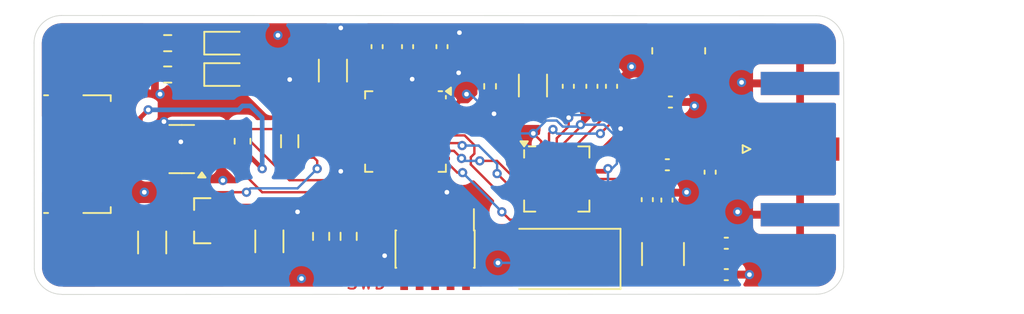
<source format=kicad_pcb>
(kicad_pcb (version 20240108) (generator "pcbnew") (generator_version "8.0")
  (layers (0 "F.Cu" signal) (31 "B.Cu" signal) (34 "B.Paste" user) (35 "F.Paste" user) (36 "B.SilkS" user "B.Silkscreen") (37 "F.SilkS" user "F.Silkscreen") (38 "B.Mask" user) (39 "F.Mask" user) (44 "Edge.Cuts" user))
  (net 0 "")
  (net 1 "GND")
  (net 2 "+3.3V")
  (net 3 "Net-(U2-VIN)")
  (net 4 "Net-(U4-DVDD)")
  (net 5 "Net-(J2-In)")
  (net 6 "Net-(C12-Pad1)")
  (net 7 "Net-(U4-VDD_PA)")
  (net 8 "NRF_XC1")
  (net 9 "NRF_XC2")
  (net 10 "Net-(D2-A)")
  (net 11 "Net-(D2-K)")
  (net 12 "Net-(D3-A)")
  (net 13 "Net-(D3-K)")
  (net 14 "Net-(F1-Pad1)")
  (net 15 "USB_CONN_D-")
  (net 18 "+5V")
  (net 19 "USB_CONN_D+")
  (net 25 "NRST")
  (net 28 "Net-(J3-Pin_9)")
  (net 30 "Net-(J3-Pin_10)")
  (net 31 "Net-(U4-ANT2)")
  (net 32 "Net-(U4-ANT1)")
  (net 33 "Net-(U1-PH3)")
  (net 34 "Net-(U4-IREF)")
  (net 35 "SWDIO")
  (net 36 "SWDCLK")
  (net 38 "SPI3_MOSI")
  (net 39 "SPI3_SCK")
  (net 46 "SPI3_MISO")
  (net 48 "NRF_CE")
  (net 51 "NRF_IRQ")
  (net 52 "USB_D+")
  (net 56 "USB_D-")
  (net 57 "NRF_CSN")
  (footprint "LED_SMD:LED_0603_1608Metric" (layer "F.Cu") (at 116.6115 65.024)
    (property "Reference" "D2" (hide yes))
    (property "Value" "GR")
  )
  (footprint "Connector_USB:USB_Micro-B_Molex_47346-0001" (layer "F.Cu") (at 107.372 70.177 -90)
    (property "Reference" "J1" (hide yes))
    (property "Value" "USB_B_Micro")
  )
  (footprint "Resistor_SMD:R_0612_1632Metric" (layer "F.Cu") (at 145.796 63.488 90)
    (property "Reference" "R4" (hide yes))
    (property "Value" "22k")
  )
  (footprint "Resistor_SMD:R_1210_3225Metric" (layer "F.Cu") (at 144.78 76.6465 -90)
    (property "Reference" "R5" (hide yes))
    (property "Value" "1M")
  )
  (footprint "Inductor_SMD:L_0201_0603Metric" (layer "F.Cu") (at 142.682 70.866)
    (property "Reference" "L1" (hide yes))
    (property "Value" "3.9nH")
  )
  (footprint "Fuse:Fuse_0603_1608Metric" (layer "F.Cu") (at 117.602 69.342 -90)
    (property "Reference" "F1" (hide yes))
    (property "Value" "Fuse")
  )
  (footprint "Crystal:Crystal_SMD_0603-2Pin_6.0x3.5mm" (layer "F.Cu") (at 138.684 76.962 180)
    (property "Reference" "Y1" (hide yes))
    (property "Value" "16MHz")
  )
  (footprint "Capacitor_SMD:C_0402_1005Metric" (layer "F.Cu") (at 145.062 70.866)
    (property "Reference" "C12" (hide yes))
    (property "Value" "1.5pF")
  )
  (footprint "Capacitor_SMD:C_0402_1005Metric" (layer "F.Cu") (at 143.764 73.124 90)
    (property "Reference" "C15" (hide yes))
    (property "Value" "2.2nF")
  )
  (footprint "Resistor_SMD:R_0603_1608Metric" (layer "F.Cu") (at 112.764 65.024 180)
    (property "Reference" "R2" (hide yes))
    (property "Value" "2.2k")
  )
  (footprint "Capacitor_SMD:C_0402_1005Metric" (layer "F.Cu") (at 138.66 65.786 90)
    (property "Reference" "C10" (hide yes))
    (property "Value" "10n")
  )
  (footprint "Connector_Coaxial:SMA_Amphenol_132289_EdgeMount" (layer "F.Cu") (at 153.6415 69.85)
    (property "Reference" "J2" (hide yes))
    (property "Value" "SMA")
  )
  (footprint "LED_SMD:LED_0603_1608Metric" (layer "F.Cu") (at 116.6115 62.992)
    (property "Reference" "D3" (hide yes))
    (property "Value" "YE")
  )
  (footprint "Capacitor_SMD:C_0402_1005Metric" (layer "F.Cu") (at 148.872 75.946)
    (property "Reference" "C16" (hide yes))
    (property "Value" "22pF")
  )
  (footprint "Capacitor_SMD:C_0402_1005Metric" (layer "F.Cu") (at 140.184 65.786 90)
    (property "Reference" "C11" (hide yes))
    (property "Value" "10nF")
  )
  (footprint "Capacitor_SMD:C_0402_1005Metric" (layer "F.Cu") (at 148.872 77.978)
    (property "Reference" "C17" (hide yes))
    (property "Value" "22pF")
  )
  (footprint "Capacitor_SMD:C_0402_1005Metric" (layer "F.Cu") (at 147.828 71.346 90)
    (property "Reference" "C13" (hide yes))
    (property "Value" "1.0pF")
  )
  (footprint "Resistor_SMD:R_0603_1608Metric" (layer "F.Cu") (at 112.764 62.992 180)
    (property "Reference" "R3" (hide yes))
    (property "Value" "2.2k")
  )
  (footprint "Package_DFN_QFN:QFN-20-1EP_4x4mm_P0.5mm_EP2.5x2.5mm" (layer "F.Cu") (at 137.914 71.7875)
    (property "Reference" "U4" (hide yes))
    (property "Value" "nRF24L01P")
  )
  (footprint "Capacitor_SMD:C_0402_1005Metric" (layer "F.Cu") (at 141.454 65.786 90)
    (property "Reference" "C9" (hide yes))
    (property "Value" "10n")
  )
  (footprint "Capacitor_SMD:C_1206_3216Metric" (layer "F.Cu") (at 111.76 75.897 -90)
    (property "Reference" "C5" (hide yes))
    (property "Value" "1u")
  )
  (footprint "Capacitor_SMD:C_0402_1005Metric" (layer "F.Cu") (at 130.494 63.218 -90)
    (property "Reference" "C1" (hide yes))
    (property "Value" "100nF")
  )
  (footprint "Capacitor_SMD:C_0402_1005Metric" (layer "F.Cu") (at 145.26 66.802)
    (property "Reference" "C7" (hide yes))
    (property "Value" "33nF")
  )
  (footprint "Capacitor_SMD:C_1206_3216Metric" (layer "F.Cu") (at 136.374 65.737 90)
    (property "Reference" "C8" (hide yes))
    (property "Value" "10u")
  )
  (footprint "Capacitor_SMD:C_1206_3216Metric" (layer "F.Cu") (at 119.336 75.824 -90)
    (property "Reference" "C6" (hide yes))
    (property "Value" "1u")
  )
  (footprint "Resistor_SMD:R_0402_1005Metric" (layer "F.Cu") (at 133.604 65.786 90)
    (property "Reference" "R1" (hide yes))
    (property "Value" "10k")
  )
  (footprint "Package_DFN_QFN:QFN-32-1EP_5x5mm_P0.5mm_EP3.45x3.45mm" (layer "F.Cu") (at 128.136 68.714 -90)
    (property "Reference" "U1" (hide yes))
    (property "Value" "STM32L432KBUx")
  )
  (footprint "Inductor_SMD:L_0201_0603Metric" (layer "F.Cu") (at 142.24 72.456 -90)
    (property "Reference" "L2" (hide yes))
    (property "Value" "8.2nH")
  )
  (footprint "Resistor_SMD:R_0603_1608Metric" (layer "F.Cu") (at 122.682 75.501 90)
    (property "Reference" "R6" (hide yes))
    (property "Value" "22")
  )
  (footprint "Capacitor_SMD:C_0402_1005Metric" (layer "F.Cu") (at 145.034 73.152 90)
    (property "Reference" "C14" (hide yes))
    (property "Value" "4.7pF")
  )
  (footprint "Capacitor_SMD:C_0402_1005Metric" (layer "F.Cu") (at 126.3 63.218 -90)
    (property "Reference" "C3" (hide yes))
    (property "Value" "100nF")
  )
  (footprint "Inductor_SMD:L_0805_2012Metric" (layer "F.Cu") (at 120.65 69.342 -90)
    (property "Reference" "FB1" (hide yes))
    (property "Value" "FerriteBead")
  )
  (footprint "Resistor_SMD:R_0603_1608Metric" (layer "F.Cu") (at 124.46 75.501 90)
    (property "Reference" "R7" (hide yes))
    (property "Value" "22")
  )
  (footprint "Capacitor_SMD:C_0402_1005Metric" (layer "F.Cu") (at 128.27 63.218 -90)
    (property "Reference" "C2" (hide yes))
    (property "Value" "100nF")
  )
  (footprint "PMIC-LDO-XC6206P332MR-G_SOT23_:SOT-23" (layer "F.Cu") (at 115.272 74.488 90)
    (property "Reference" "U2" (hide yes))
    (property "Value" "XC6206P332MR-G")
  )
  (footprint "Package_TO_SOT_SMD:SOT-23-6" (layer "F.Cu") (at 113.6705 69.85 180)
    (property "Reference" "U3" (hide yes))
    (property "Value" "USBLC6-2SC6")
  )
  (footprint "Connector_PinHeader_1.00mm:PinHeader_2x05_P1.00mm_Vertical_SMD" (layer "F.Cu") (at 130.048 76.326 -90)
    (property "Reference" "J3" (hide yes))
    (property "Value" "SWD")
  )
  (footprint "Capacitor_SMD:C_1206_3216Metric" (layer "F.Cu") (at 123.444 64.77 90)
    (property "Reference" "C4" (hide yes))
    (property "Value" "1uF")
  )
  (footprint "Inductor_SMD:L_01005_0402Metric" (layer "F.Cu") (at 141.982 73.914 180)
    (property "Reference" "L3" (hide yes))
    (property "Value" "2.7nH")
  )
  (gr_line (start 105.905246 79.260754) (end 154.686 79.248) (stroke (width 0.05)) (layer "Edge.Cuts"))
  (gr_line (start 156.464 77.47) (end 156.464 62.992) (stroke (width 0.05)) (layer "Edge.Cuts"))
  (gr_line (start 154.686 61.214) (end 105.905246 61.201246) (stroke (width 0.05)) (layer "Edge.Cuts"))
  (gr_arc (start 104.127246 62.979246) (mid 104.648 61.722) (end 105.905246 61.201246) (stroke (width 0.05)) (layer "Edge.Cuts"))
  (gr_arc (start 156.464 77.47) (mid 155.943236 78.727236) (end 154.686 79.248) (stroke (width 0.05)) (layer "Edge.Cuts"))
  (gr_arc (start 105.905246 79.25256) (mid 104.699534 78.778333) (end 104.140001 77.609764) (stroke (width 0.05)) (layer "Edge.Cuts"))
  (gr_line (start 104.127246 62.979246) (end 104.140001 77.609764) (stroke (width 0.05)) (layer "Edge.Cuts"))
  (gr_arc (start 154.686 61.214) (mid 155.943236 61.734764) (end 156.464 62.992) (stroke (width 0.05)) (layer "Edge.Cuts"))
  (gr_text "SWD" (at 124.206 78.994 0) (layer "F.Cu") (effects (font (size 0.85 0.85) (thickness 0.125) (bold yes)) (justify left bottom)))
  (segment (start 150.368 76.454) (end 150.368 77.978) (width 0.5) (layer "F.Cu") (net 1))
  (segment (start 139.8515 71.2875) (end 141.0565 71.2875) (width 0.3) (layer "F.Cu") (net 1))
  (segment (start 136.914 69.85) (end 136.914 69.35) (width 0.154) (layer "F.Cu") (net 1))
  (segment (start 116.332 75.438) (end 117.475 75.438) (width 0.3) (layer "F.Cu") (net 1))
  (segment (start 123.444 63.295) (end 120.699 63.295) (width 0.3) (layer "F.Cu") (net 1))
  (segment (start 141.0565 71.2875) (end 141.224 71.12) (width 0.3) (layer "F.Cu") (net 1))
  (segment (start 136.374 64.262) (end 137.616 64.262) (width 0.3) (layer "F.Cu") (net 1))
  (segment (start 140.184 65.306) (end 141.454 65.306) (width 0.3) (layer "F.Cu") (net 1))
  (segment (start 130.136001 66.964) (end 130.5735 66.964) (width 0.154) (layer "F.Cu") (net 1))
  (segment (start 138.414 69.437501) (end 139.446 68.405501) (width 0.154) (layer "F.Cu") (net 1))
  (segment (start 137.616 64.262) (end 138.66 65.306) (width 0.3) (layer "F.Cu") (net 1))
  (segment (start 132.048 76.426) (end 132.048 77.976) (width 0.3) (layer "F.Cu") (net 1))
  (segment (start 126.484 70.366) (end 128.136 68.714) (width 0.154) (layer "F.Cu") (net 1))
  (segment (start 130.5735 66.964) (end 131.41 66.964) (width 0.3) (layer "F.Cu") (net 1))
  (segment (start 130.494 63.698) (end 128.27 63.698) (width 0.3) (layer "F.Cu") (net 1))
  (segment (start 145.006 72.644) (end 145.034 72.672) (width 0.5) (layer "F.Cu") (net 1))
  (segment (start 114.082963 69.85) (end 114.808 69.85) (width 0.3) (layer "F.Cu") (net 1))
  (segment (start 111.939 65.965) (end 112.268 66.294) (width 0.3) (layer "F.Cu") (net 1))
  (segment (start 128.386001 68.714) (end 130.136001 66.964) (width 0.154) (layer "F.Cu") (net 1))
  (segment (start 144.526 62.738) (end 142.748 64.516) (width 0.3) (layer "F.Cu") (net 1))
  (segment (start 149.792 74.1) (end 149.606 73.914) (width 0.5) (layer "F.Cu") (net 1))
  (segment (start 117.475 75.438) (end 119.336 77.299) (width 0.3) (layer "F.Cu") (net 1))
  (segment (start 133.352 77.976) (end 134.112 77.216) (width 0.3) (layer "F.Cu") (net 1))
  (segment (start 114.808 69.85) (end 115.470499 69.85) (width 0.3) (layer "F.Cu") (net 1))
  (segment (start 139.446 68.405501) (end 139.446 68.272001) (width 0.154) (layer "F.Cu") (net 1))
  (segment (start 111.939 65.024) (end 111.939 65.965) (width 0.3) (layer "F.Cu") (net 1))
  (segment (start 141.454 65.306) (end 141.958 65.306) (width 0.3) (layer "F.Cu") (net 1))
  (segment (start 112.268 67.818) (end 112.522 68.072) (width 0.3) (layer "F.Cu") (net 1))
  (segment (start 131.302761 62.962) (end 131.841239 62.962) (width 0.3) (layer "F.Cu") (net 1))
  (segment (start 136.901632 75.435) (end 135.131 75.435) (width 0.154) (layer "F.Cu") (net 1))
  (segment (start 133.098 65.276) (end 132.08 66.294) (width 0.154) (layer "F.Cu") (net 1))
  (segment (start 112.268 66.294) (end 112.268 67.818) (width 0.3) (layer "F.Cu") (net 1))
  (segment (start 125.017 63.295) (end 123.444 63.295) (width 0.3) (layer "F.Cu") (net 1))
  (segment (start 125.6985 70.464) (end 125.7965 70.366) (width 0.154) (layer "F.Cu") (net 1))
  (segment (start 128.136 68.714) (end 128.386001 68.714) (width 0.154) (layer "F.Cu") (net 1))
  (segment (start 120.699 63.295) (end 119.888 62.484) (width 0.3) (layer "F.Cu") (net 1))
  (segment (start 134.112 76.454) (end 134.112 77.216) (width 0.154) (layer "F.Cu") (net 1))
  (segment (start 114.398 77.372) (end 116.332 75.438) (width 0.3) (layer "F.Cu") (net 1))
  (segment (start 147.828 71.826) (end 147.122 71.826) (width 0.5) (layer "F.Cu") (net 1))
  (segment (start 149.928 65.6) (end 149.86 65.532) (width 0.5) (layer "F.Cu") (net 1))
  (segment (start 138.66 65.306) (end 140.184 65.306) (width 0.3) (layer "F.Cu") (net 1))
  (segment (start 146.558 66.802) (end 146.812 67.056) (width 0.5) (layer "F.Cu") (net 1))
  (segment (start 130.048 74.676) (end 131.048 74.676) (width 0.3) (layer "F.Cu") (net 1))
  (segment (start 111.939 65.024) (end 111.939 62.992) (width 0.3) (layer "F.Cu") (net 1))
  (segment (start 135.131 75.435) (end 134.112 76.454) (width 0.154) (layer "F.Cu") (net 1))
  (segment (start 149.86 75.946) (end 150.368 76.454) (width 0.5) (layer "F.Cu") (net 1))
  (segment (start 138.414 69.85) (end 138.414 69.437501) (width 0.154) (layer "F.Cu") (net 1))
  (segment (start 141.958 65.306) (end 142.748 64.516) (width 0.3) (layer "F.Cu") (net 1))
  (segment (start 110.085 71.477) (end 111.252 72.644) (width 0.3) (layer "F.Cu") (net 1))
  (segment (start 113.61301 69.380047) (end 114.082963 69.85) (width 0.3) (layer "F.Cu") (net 1))
  (segment (start 133.604 64.724761) (end 133.604 65.276) (width 0.3) (layer "F.Cu") (net 1))
  (segment (start 131.41 66.964) (end 132.08 66.294) (width 0.3) (layer "F.Cu") (net 1))
  (segment (start 131.048 74.676) (end 131.048 75.426) (width 0.3) (layer "F.Cu") (net 1))
  (segment (start 143.764 72.644) (end 145.006 72.644) (width 0.5) (layer "F.Cu") (net 1))
  (segment (start 133.604 65.276) (end 133.098 65.276) (width 0.154) (layer "F.Cu") (net 1))
  (segment (start 130.566761 63.698) (end 131.302761 62.962) (width 0.3) (layer "F.Cu") (net 1))
  (segment (start 146.276 72.672) (end 146.304 72.644) (width 0.5) (layer "F.Cu") (net 1))
  (segment (start 145.034 72.672) (end 146.276 72.672) (width 0.5) (layer "F.Cu") (net 1))
  (segment (start 137.914 73.725) (end 137.914 74.422632) (width 0.154) (layer "F.Cu") (net 1))
  (segment (start 153.6415 74.1) (end 149.792 74.1) (width 0.5) (layer "F.Cu") (net 1))
  (segment (start 120.479 77.299) (end 121.412 78.232) (width 0.3) (layer "F.Cu") (net 1))
  (segment (start 145.74 66.802) (end 146.558 66.802) (width 0.5) (layer "F.Cu") (net 1))
  (segment (start 130.494 63.698) (end 130.566761 63.698) (width 0.3) (layer "F.Cu") (net 1))
  (segment (start 108.832 71.477) (end 110.085 71.477) (width 0.3) (layer "F.Cu") (net 1))
  (segment (start 149.352 77.978) (end 150.368 77.978) (width 0.5) (layer "F.Cu") (net 1))
  (segment (start 115.470499 69.85) (end 116.332 70.711501) (width 0.3) (layer "F.Cu") (net 1))
  (segment (start 149.352 75.946) (end 149.86 75.946) (width 0.5) (layer "F.Cu") (net 1))
  (segment (start 116.332 70.711501) (end 116.332 71.882) (width 0.3) (layer "F.Cu") (net 1))
  (segment (start 153.6415 65.6) (end 149.928 65.6) (width 0.5) (layer "F.Cu") (net 1))
  (segment (start 131.048 75.426) (end 132.048 76.426) (width 0.3) (layer "F.Cu") (net 1))
  (segment (start 136.914 69.35) (end 136.398 68.834) (width 0.154) (layer "F.Cu") (net 1))
  (segment (start 125.42 63.698) (end 126.3 63.698) (width 0.3) (layer "F.Cu") (net 1))
  (segment (start 137.914 74.422632) (end 136.901632 75.435) (width 0.154) (layer "F.Cu") (net 1))
  (segment (start 125.7965 70.366) (end 126.484 70.366) (width 0.154) (layer "F.Cu") (net 1))
  (segment (start 119.336 77.299) (end 120.479 77.299) (width 0.3) (layer "F.Cu") (net 1))
  (segment (start 131.841239 62.962) (end 133.604 64.724761) (width 0.3) (layer "F.Cu") (net 1))
  (segment (start 147.122 71.826) (end 146.304 72.644) (width 0.5) (layer "F.Cu") (net 1))
  (segment (start 111.76 77.372) (end 114.398 77.372) (width 0.3) (layer "F.Cu") (net 1))
  (segment (start 128.27 63.698) (end 126.3 63.698) (width 0.3) (layer "F.Cu") (net 1))
  (segment (start 145.796 62.738) (end 144.526 62.738) (width 0.3) (layer "F.Cu") (net 1))
  (segment (start 125.017 63.295) (end 125.42 63.698) (width 0.3) (layer "F.Cu") (net 1))
  (segment (start 132.048 77.976) (end 133.352 77.976) (width 0.3) (layer "F.Cu") (net 1))
  (via (at 141.224 71.12) (size 0.6) (drill 0.3) (layers "F.Cu" "B.Cu") (net 1))
  (via (at 149.86 65.532) (size 0.6) (drill 0.3) (layers "F.Cu" "B.Cu") (net 1))
  (via (at 146.304 72.644) (size 0.6) (drill 0.3) (layers "F.Cu" "B.Cu") (net 1))
  (via (at 111.252 72.644) (size 0.6) (drill 0.3) (layers "F.Cu" "B.Cu") (net 1))
  (via (at 116.332 71.882) (size 0.6) (drill 0.3) (layers "F.Cu" "B.Cu") (net 1))
  (via (at 112.522 68.072) (size 0.6) (drill 0.3) (layers "F.Cu" "B.Cu") (net 1))
  (via (at 149.606 73.914) (size 0.6) (drill 0.3) (layers "F.Cu" "B.Cu") (net 1))
  (via (at 150.368 77.978) (size 0.6) (drill 0.3) (layers "F.Cu" "B.Cu") (net 1))
  (via (at 113.61301 69.380047) (size 0.6) (drill 0.3) (layers "F.Cu" "B.Cu") (net 1))
  (via (at 146.812 67.056) (size 0.6) (drill 0.3) (layers "F.Cu" "B.Cu") (net 1))
  (via (at 132.08 66.294) (size 0.6) (drill 0.3) (layers "F.Cu" "B.Cu") (net 1))
  (via (at 142.748 64.516) (size 0.6) (drill 0.3) (layers "F.Cu" "B.Cu") (net 1))
  (via (at 136.398 68.834) (size 0.6) (drill 0.3) (layers "F.Cu" "B.Cu") (net 1))
  (via (at 119.888 62.484) (size 0.6) (drill 0.3) (layers "F.Cu" "B.Cu") (net 1))
  (via (at 134.112 77.216) (size 0.6) (drill 0.3) (layers "F.Cu" "B.Cu") (net 1))
  (via (at 121.412 78.232) (size 0.6) (drill 0.3) (layers "F.Cu" "B.Cu") (net 1))
  (via (at 139.446 68.272001) (size 0.6) (drill 0.3) (layers "F.Cu" "B.Cu") (net 1))
  (via (at 112.268 66.294) (size 0.6) (drill 0.3) (layers "F.Cu" "B.Cu") (net 1))
  (segment (start 141.801 69.102998) (end 141.801 70.797) (width 0.154) (layer "B.Cu") (net 1))
  (segment (start 132.334 66.294) (end 132.08 66.294) (width 0.154) (layer "B.Cu") (net 1))
  (segment (start 133.281 67.803002) (end 133.281 67.241) (width 0.154) (layer "B.Cu") (net 1))
  (segment (start 112.522 68.072) (end 112.522 68.289037) (width 0.3) (layer "B.Cu") (net 1))
  (segment (start 134.311998 68.834) (end 133.281 67.803002) (width 0.154) (layer "B.Cu") (net 1))
  (segment (start 138.299002 68.395) (end 137.907002 68.003) (width 0.154) (layer "B.Cu") (net 1))
  (segment (start 141.478 71.12) (end 141.224 71.12) (width 0.154) (layer "B.Cu") (net 1))
  (segment (start 141.224 71.12) (end 141.224 74.168) (width 0.154) (layer "B.Cu") (net 1))
  (segment (start 137.907002 68.003) (end 137.229 68.003) (width 0.154) (layer "B.Cu") (net 1))
  (segment (start 140.970003 68.272001) (end 141.801 69.102998) (width 0.154) (layer "B.Cu") (net 1))
  (segment (start 136.398 68.834) (end 134.311998 68.834) (width 0.154) (layer "B.Cu") (net 1))
  (segment (start 139.446 68.272001) (end 139.323001 68.395) (width 0.154) (layer "B.Cu") (net 1))
  (segment (start 139.446 68.272001) (end 140.970003 68.272001) (width 0.154) (layer "B.Cu") (net 1))
  (segment (start 141.801 70.797) (end 141.478 71.12) (width 0.154) (layer "B.Cu") (net 1))
  (segment (start 141.224 74.168) (end 138.176 77.216) (width 0.154) (layer "B.Cu") (net 1))
  (segment (start 139.323001 68.395) (end 138.299002 68.395) (width 0.154) (layer "B.Cu") (net 1))
  (segment (start 133.281 67.241) (end 132.334 66.294) (width 0.154) (layer "B.Cu") (net 1))
  (segment (start 112.522 68.289037) (end 113.61301 69.380047) (width 0.3) (layer "B.Cu") (net 1))
  (segment (start 137.229 68.003) (end 136.398 68.834) (width 0.154) (layer "B.Cu") (net 1))
  (segment (start 138.176 77.216) (end 134.112 77.216) (width 0.154) (layer "B.Cu") (net 1))
  (segment (start 131.572 65.532) (end 131.318 65.786) (width 0.2) (layer "F.Cu") (net 2))
  (segment (start 142.040002 68.598998) (end 142.040002 68.525998) (width 0.154) (layer "F.Cu") (net 2))
  (segment (start 123.444 66.245) (end 121.548 66.245) (width 0.2) (layer "F.Cu") (net 2))
  (segment (start 124.0895 71.1515) (end 123.952 71.289) (width 0.3) (layer "F.Cu") (net 2))
  (segment (start 132.048 74.676) (end 132.148 74.776) (width 0.154) (layer "F.Cu") (net 2))
  (segment (start 131.572 64.912) (end 131.572 65.532) (width 0.2) (layer "F.Cu") (net 2))
  (segment (start 132.148 74.776) (end 137.06 74.776) (width 0.154) (layer "F.Cu") (net 2))
  (segment (start 130.3765 65.786) (end 129.886 66.2765) (width 0.2) (layer "F.Cu") (net 2))
  (segment (start 137.414 74.422) (end 137.414 73.725) (width 0.154) (layer "F.Cu") (net 2))
  (segment (start 124.778394 62.006394) (end 123.951929 62.006394) (width 0.3) (layer "F.Cu") (net 2))
  (segment (start 136.374 67.212) (end 137.414 67.212) (width 0.3) (layer "F.Cu") (net 2))
  (segment (start 137.714 67.212) (end 138.66 66.266) (width 0.3) (layer "F.Cu") (net 2))
  (segment (start 140.184 66.266) (end 141.454 66.266) (width 0.3) (layer "F.Cu") (net 2))
  (segment (start 119.336 74.349) (end 120.723 74.349) (width 0.3) (layer "F.Cu") (net 2))
  (segment (start 132.048 73.882) (end 130.81 72.644) (width 0.154) (layer "F.Cu") (net 2))
  (segment (start 120.723 74.349) (end 121.158 73.914) (width 0.3) (layer "F.Cu") (net 2))
  (segment (start 131.318 65.786) (end 130.3765 65.786) (width 0.2) (layer "F.Cu") (net 2))
  (segment (start 136.374 67.212) (end 134.21 67.212) (width 0.3) (layer "F.Cu") (net 2))
  (segment (start 137.414 67.212) (end 138.078 67.212) (width 0.3) (layer "F.Cu") (net 2))
  (segment (start 128.27 62.738) (end 130.494 62.738) (width 0.3) (layer "F.Cu") (net 2))
  (segment (start 130.92 62.312) (end 131.621759 62.312) (width 0.2) (layer "F.Cu") (net 2))
  (segment (start 139.8515 70.7875) (end 142.040002 68.598998) (width 0.154) (layer "F.Cu") (net 2))
  (segment (start 130.494 62.738) (end 130.92 62.312) (width 0.2) (layer "F.Cu") (net 2))
  (segment (start 128.524 64.516) (end 131.176 64.516) (width 0.2) (layer "F.Cu") (net 2))
  (segment (start 134.21 67.212) (end 133.858 67.564) (width 0.3) (layer "F.Cu") (net 2))
  (segment (start 127.886 65.154) (end 128.524 64.516) (width 0.2) (layer "F.Cu") (net 2))
  (segment (start 118.525 73.538) (end 119.336 74.349) (width 0.3) (layer "F.Cu") (net 2))
  (segment (start 130.578 62.822) (end 130.494 62.738) (width 0.2) (layer "F.Cu") (net 2))
  (segment (start 138.66 66.266) (end 140.184 66.266) (width 0.3) (layer "F.Cu") (net 2))
  (segment (start 116.332 73.538) (end 118.525 73.538) (width 0.3) (layer "F.Cu") (net 2))
  (segment (start 137.414 67.212) (end 137.714 67.212) (width 0.3) (layer "F.Cu") (net 2))
  (segment (start 124.778394 62.006394) (end 125.51 62.738) (width 0.3) (layer "F.Cu") (net 2))
  (segment (start 126.3 62.738) (end 128.27 62.738) (width 0.3) (layer "F.Cu") (net 2))
  (segment (start 126.386 71.1515) (end 124.0895 71.1515) (width 0.3) (layer "F.Cu") (net 2))
  (segment (start 131.176 64.516) (end 131.572 64.912) (width 0.2) (layer "F.Cu") (net 2))
  (segment (start 121.548 66.245) (end 120.65 65.347) (width 0.2) (layer "F.Cu") (net 2))
  (segment (start 138.078 67.212) (end 138.684 67.818) (width 0.3) (layer "F.Cu") (net 2))
  (segment (start 138.684 68.380002) (end 138.684 67.818) (width 0.154) (layer "F.Cu") (net 2))
  (segment (start 127.886 66.2765) (end 127.886 65.154) (width 0.2) (layer "F.Cu") (net 2))
  (segment (start 132.048 74.676) (end 132.048 73.882) (width 0.154) (layer "F.Cu") (net 2))
  (segment (start 137.914 69.85) (end 137.914 69.150002) (width 0.154) (layer "F.Cu") (net 2))
  (segment (start 137.914 69.150002) (end 138.684 68.380002) (width 0.154) (layer "F.Cu") (net 2))
  (segment (start 137.06 74.776) (end 137.414 74.422) (width 0.154) (layer "F.Cu") (net 2))
  (segment (start 125.51 62.738) (end 126.3 62.738) (width 0.3) (layer "F.Cu") (net 2))
  (via (at 131.572 64.912) (size 0.6) (drill 0.3) (layers "F.Cu" "B.Cu") (net 2))
  (via (at 131.621759 62.312) (size 0.6) (drill 0.3) (layers "F.Cu" "B.Cu") (net 2))
  (via (at 138.684 67.818) (size 0.6) (drill 0.3) (layers "F.Cu" "B.Cu") (net 2))
  (via (at 133.858 67.564) (size 0.6) (drill 0.3) (layers "F.Cu" "B.Cu") (net 2))
  (via (at 121.158 73.914) (size 0.6) (drill 0.3) (layers "F.Cu" "B.Cu") (net 2))
  (via (at 123.951929 62.006394) (size 0.6) (drill 0.3) (layers "F.Cu" "B.Cu") (net 2))
  (via (at 142.040002 68.525998) (size 0.6) (drill 0.3) (layers "F.Cu" "B.Cu") (net 2))
  (via (at 120.65 65.347) (size 0.6) (drill 0.3) (layers "F.Cu" "B.Cu") (net 2))
  (via (at 130.81 72.644) (size 0.6) (drill 0.3) (layers "F.Cu" "B.Cu") (net 2))
  (via (at 123.952 71.289) (size 0.6) (drill 0.3) (layers "F.Cu" "B.Cu") (net 2))
  (segment (start 123.383212 61.976) (end 123.413606 62.006394) (width 0.2) (layer "B.Cu") (net 2))
  (segment (start 123.413606 62.006394) (end 123.951929 62.006394) (width 0.2) (layer "B.Cu") (net 2))
  (segment (start 138.853 67.649) (end 138.684 67.818) (width 0.154) (layer "B.Cu") (net 2))
  (segment (start 131.572 62.361759) (end 131.621759 62.312) (width 0.2) (layer "B.Cu") (net 2))
  (segment (start 130.048 72.644) (end 129.794 72.39) (width 0.154) (layer "B.Cu") (net 2))
  (segment (start 142.040002 68.525998) (end 141.163004 67.649) (width 0.154) (layer "B.Cu") (net 2))
  (segment (start 123.952 71.882) (end 123.952 71.289) (width 0.154) (layer "B.Cu") (net 2))
  (segment (start 129.794 72.39) (end 124.46 72.39) (width 0.154) (layer "B.Cu") (net 2))
  (segment (start 131.572 64.912) (end 131.572 62.361759) (width 0.2) (layer "B.Cu") (net 2))
  (segment (start 121.412 61.976) (end 123.383212 61.976) (width 0.2) (layer "B.Cu") (net 2))
  (segment (start 130.81 72.644) (end 130.048 72.644) (width 0.154) (layer "B.Cu") (net 2))
  (segment (start 120.65 62.738) (end 121.412 61.976) (width 0.2) (layer "B.Cu") (net 2))
  (segment (start 120.65 65.347) (end 120.65 62.738) (width 0.2) (layer "B.Cu") (net 2))
  (segment (start 124.46 72.39) (end 123.952 71.882) (width 0.154) (layer "B.Cu") (net 2))
  (segment (start 141.163004 67.649) (end 138.853 67.649) (width 0.154) (layer "B.Cu") (net 2))
  (segment (start 122.428 71.12) (end 122.428 70.612) (width 0.154) (layer "F.Cu") (net 3))
  (segment (start 114.212 73.826) (end 115.394 72.644) (width 0.154) (layer "F.Cu") (net 3))
  (segment (start 111.76 74.422) (end 114.146 74.422) (width 0.154) (layer "F.Cu") (net 3))
  (segment (start 122.2205 70.4045) (end 120.65 70.4045) (width 0.154) (layer "F.Cu") (net 3))
  (segment (start 114.146 74.422) (end 114.212 74.488) (width 0.154) (layer "F.Cu") (net 3))
  (segment (start 115.394 72.644) (end 117.856 72.644) (width 0.154) (layer "F.Cu") (net 3))
  (segment (start 114.212 74.488) (end 114.212 73.826) (width 0.154) (layer "F.Cu") (net 3))
  (segment (start 122.428 70.612) (end 122.2205 70.4045) (width 0.154) (layer "F.Cu") (net 3))
  (via (at 122.428 71.12) (size 0.6) (drill 0.3) (layers "F.Cu" "B.Cu") (net 3))
  (via (at 117.856 72.644) (size 0.6) (drill 0.3) (layers "F.Cu" "B.Cu") (net 3))
  (segment (start 118.11 72.39) (end 121.158 72.39) (width 0.154) (layer "B.Cu") (net 3))
  (segment (start 121.158 72.39) (end 122.428 71.12) (width 0.154) (layer "B.Cu") (net 3))
  (segment (start 117.856 72.644) (end 118.11 72.39) (width 0.154) (layer "B.Cu") (net 3))
  (segment (start 144.78 66.802) (end 142.778002 66.802) (width 0.154) (layer "F.Cu") (net 4))
  (segment (start 137.668 68.58) (end 137.414 68.834) (width 0.154) (layer "F.Cu") (net 4))
  (segment (start 137.414 68.834) (end 137.414 69.85) (width 0.154) (layer "F.Cu") (net 4))
  (segment (start 142.778002 66.802) (end 140.731001 68.849001) (width 0.154) (layer "F.Cu") (net 4))
  (via (at 140.731001 68.849001) (size 0.6) (drill 0.3) (layers "F.Cu" "B.Cu") (net 4))
  (via (at 137.668 68.58) (size 0.6) (drill 0.3) (layers "F.Cu" "B.Cu") (net 4))
  (segment (start 137.668 68.58) (end 137.937001 68.849001) (width 0.154) (layer "B.Cu") (net 4))
  (segment (start 137.937001 68.849001) (end 140.731001 68.849001) (width 0.154) (layer "B.Cu") (net 4))
  (segment (start 149.098 69.85) (end 153.6415 69.85) (width 0.154) (layer "F.Cu") (net 5))
  (segment (start 148.082 70.866) (end 149.098 69.85) (width 0.154) (layer "F.Cu") (net 5))
  (segment (start 147.828 70.866) (end 148.082 70.866) (width 0.154) (layer "F.Cu") (net 5))
  (segment (start 145.542 70.866) (end 147.828 70.866) (width 0.154) (layer "F.Cu") (net 5))
  (segment (start 143.002 70.866) (end 144.582 70.866) (width 0.154) (layer "F.Cu") (net 6))
  (segment (start 140.6055 72.7875) (end 141.732 73.914) (width 0.154) (layer "F.Cu") (net 7))
  (segment (start 141.905 74.341) (end 143.027 74.341) (width 0.154) (layer "F.Cu") (net 7))
  (segment (start 143.027 74.341) (end 143.764 73.604) (width 0.154) (layer "F.Cu") (net 7))
  (segment (start 141.732 74.168) (end 141.905 74.341) (width 0.154) (layer "F.Cu") (net 7))
  (segment (start 141.732 73.914) (end 141.732 74.168) (width 0.154) (layer "F.Cu") (net 7))
  (segment (start 145.006 73.604) (end 145.034 73.632) (width 0.154) (layer "F.Cu") (net 7))
  (segment (start 143.764 73.604) (end 145.006 73.604) (width 0.154) (layer "F.Cu") (net 7))
  (segment (start 139.8515 72.7875) (end 140.6055 72.7875) (width 0.154) (layer "F.Cu") (net 7))
  (segment (start 148.392 75.946) (end 145.542 75.946) (width 0.154) (layer "F.Cu") (net 8))
  (segment (start 144.78 75.184) (end 142.662 75.184) (width 0.154) (layer "F.Cu") (net 8))
  (segment (start 145.542 75.946) (end 144.78 75.184) (width 0.154) (layer "F.Cu") (net 8))
  (segment (start 138.914 74.992) (end 138.914 73.725) (width 0.154) (layer "F.Cu") (net 8))
  (segment (start 142.662 75.184) (end 140.884 76.962) (width 0.154) (layer "F.Cu") (net 8))
  (segment (start 140.884 76.962) (end 138.914 74.992) (width 0.154) (layer "F.Cu") (net 8))
  (segment (start 144.911 77.978) (end 144.78 78.109) (width 0.154) (layer "F.Cu") (net 9))
  (segment (start 138.414 75.032) (end 136.484 76.962) (width 0.154) (layer "F.Cu") (net 9))
  (segment (start 144.78 78.109) (end 144.2175 78.6715) (width 0.154) (layer "F.Cu") (net 9))
  (segment (start 144.2175 78.6715) (end 138.1935 78.6715) (width 0.154) (layer "F.Cu") (net 9))
  (segment (start 138.1935 78.6715) (end 136.484 76.962) (width 0.154) (layer "F.Cu") (net 9))
  (segment (start 138.414 73.725) (end 138.414 75.032) (width 0.154) (layer "F.Cu") (net 9))
  (segment (start 148.392 77.978) (end 144.911 77.978) (width 0.154) (layer "F.Cu") (net 9))
  (segment (start 124.452218 66.964) (end 124.319218 67.097) (width 0.154) (layer "F.Cu") (net 10))
  (segment (start 125.6985 66.964) (end 124.452218 66.964) (width 0.154) (layer "F.Cu") (net 10))
  (segment (start 124.319218 67.097) (end 119.472 67.097) (width 0.154) (layer "F.Cu") (net 10))
  (segment (start 119.472 67.097) (end 117.399 65.024) (width 0.154) (layer "F.Cu") (net 10))
  (segment (start 113.589 65.024) (end 115.824 65.024) (width 0.154) (layer "F.Cu") (net 11))
  (segment (start 117.399 62.992) (end 119.177 64.77) (width 0.154) (layer "F.Cu") (net 12))
  (segment (start 124.8795 64.77) (end 126.386 66.2765) (width 0.154) (layer "F.Cu") (net 12))
  (segment (start 119.177 64.77) (end 124.8795 64.77) (width 0.154) (layer "F.Cu") (net 12))
  (segment (start 113.589 62.992) (end 115.824 62.992) (width 0.154) (layer "F.Cu") (net 13))
  (segment (start 117.602 68.5545) (end 120.375 68.5545) (width 0.154) (layer "F.Cu") (net 14))
  (segment (start 120.375 68.5545) (end 120.65 68.2795) (width 0.154) (layer "F.Cu") (net 14))
  (segment (start 108.832 69.527) (end 110.022 69.527) (width 0.154) (layer "F.Cu") (net 15))
  (segment (start 110.022 69.527) (end 111.295 70.8) (width 0.154) (layer "F.Cu") (net 15))
  (segment (start 111.295 70.8) (end 112.533 70.8) (width 0.154) (layer "F.Cu") (net 15))
  (segment (start 117.602 70.1295) (end 117.8815 70.1295) (width 0.3) (layer "F.Cu") (net 18))
  (segment (start 108.832 68.877) (end 110.998 68.877) (width 0.3) (layer "F.Cu") (net 18))
  (segment (start 117.8815 70.1295) (end 118.872 71.12) (width 0.3) (layer "F.Cu") (net 18))
  (segment (start 110.998 67.818) (end 110.998 68.877) (width 0.3) (layer "F.Cu") (net 18))
  (segment (start 111.506 67.31) (end 110.998 67.818) (width 0.3) (layer "F.Cu") (net 18))
  (segment (start 112.109238 69.85) (end 112.533 69.85) (width 0.3) (layer "F.Cu") (net 18))
  (segment (start 110.998 68.877) (end 111.136238 68.877) (width 0.3) (layer "F.Cu") (net 18))
  (segment (start 111.136238 68.877) (end 112.109238 69.85) (width 0.3) (layer "F.Cu") (net 18))
  (via (at 111.506 67.31) (size 0.6) (drill 0.3) (layers "F.Cu" "B.Cu") (net 18))
  (via (at 118.872 71.12) (size 0.6) (drill 0.3) (layers "F.Cu" "B.Cu") (net 18))
  (segment (start 118.872 67.818) (end 118.11 67.056) (width 0.3) (layer "B.Cu") (net 18))
  (segment (start 117.602 67.056) (end 117.348 67.31) (width 0.3) (layer "B.Cu") (net 18))
  (segment (start 118.872 71.12) (end 118.872 67.818) (width 0.3) (layer "B.Cu") (net 18))
  (segment (start 117.348 67.31) (end 111.506 67.31) (width 0.3) (layer "B.Cu") (net 18))
  (segment (start 118.11 67.056) (end 117.602 67.056) (width 0.3) (layer "B.Cu") (net 18))
  (segment (start 110.171368 70.177) (end 111.371368 71.377) (width 0.154) (layer "F.Cu") (net 19))
  (segment (start 108.832 70.177) (end 110.171368 70.177) (width 0.154) (layer "F.Cu") (net 19))
  (segment (start 114.231 71.377) (end 114.808 70.8) (width 0.154) (layer "F.Cu") (net 19))
  (segment (start 111.371368 71.377) (end 114.231 71.377) (width 0.154) (layer "F.Cu") (net 19))
  (segment (start 130.048 77.976) (end 130.048 76.969) (width 0.154) (layer "F.Cu") (net 25))
  (segment (start 126.840118 76.699) (end 126.786577 76.752541) (width 0.154) (layer "F.Cu") (net 25))
  (segment (start 130.048 76.969) (end 129.778 76.699) (width 0.154) (layer "F.Cu") (net 25))
  (segment (start 128.386 65.50253) (end 128.386 66.2765) (width 0.154) (layer "F.Cu") (net 25))
  (segment (start 129.778 76.699) (end 126.840118 76.699) (width 0.154) (layer "F.Cu") (net 25))
  (segment (start 128.567265 65.321265) (end 128.386 65.50253) (width 0.154) (layer "F.Cu") (net 25))
  (via (at 126.786577 76.752541) (size 0.6) (drill 0.3) (layers "F.Cu" "B.Cu") (net 25))
  (via (at 128.567265 65.321265) (size 0.6) (drill 0.3) (layers "F.Cu" "B.Cu") (net 25))
  (segment (start 123.375 73.340964) (end 123.375 70.427) (width 0.154) (layer "B.Cu") (net 25))
  (segment (start 126.786577 76.752541) (end 123.375 73.340964) (width 0.154) (layer "B.Cu") (net 25))
  (segment (start 124.968 68.326) (end 124.968 65.786) (width 0.154) (layer "B.Cu") (net 25))
  (segment (start 125.476 65.278) (end 128.524 65.278) (width 0.154) (layer "B.Cu") (net 25))
  (segment (start 124.968 65.786) (end 125.476 65.278) (width 0.154) (layer "B.Cu") (net 25))
  (segment (start 123.375 70.427) (end 123.444 70.358) (width 0.154) (layer "B.Cu") (net 25))
  (segment (start 123.444 70.358) (end 123.444 69.85) (width 0.154) (layer "B.Cu") (net 25))
  (segment (start 123.444 69.85) (end 124.968 68.326) (width 0.154) (layer "B.Cu") (net 25))
  (segment (start 128.524 65.278) (end 128.567265 65.321265) (width 0.154) (layer "B.Cu") (net 25))
  (segment (start 126.398 76.326) (end 128.048 74.676) (width 0.154) (layer "F.Cu") (net 28))
  (segment (start 124.46 76.326) (end 126.398 76.326) (width 0.154) (layer "F.Cu") (net 28))
  (segment (start 123.826 77.47) (end 127.542 77.47) (width 0.154) (layer "F.Cu") (net 30))
  (segment (start 122.682 76.326) (end 123.826 77.47) (width 0.154) (layer "F.Cu") (net 30))
  (segment (start 127.542 77.47) (end 128.048 77.976) (width 0.154) (layer "F.Cu") (net 30))
  (segment (start 141.8915 71.7875) (end 139.8515 71.7875) (width 0.154) (layer "F.Cu") (net 31))
  (segment (start 142.24 70.988) (end 142.362 70.866) (width 0.154) (layer "F.Cu") (net 31))
  (segment (start 142.24 72.136) (end 141.8915 71.7875) (width 0.154) (layer "F.Cu") (net 31))
  (segment (start 142.24 72.136) (end 142.24 70.988) (width 0.154) (layer "F.Cu") (net 31))
  (segment (start 140.606132 72.2875) (end 141.094632 72.776) (width 0.154) (layer "F.Cu") (net 32))
  (segment (start 139.8515 72.2875) (end 140.606132 72.2875) (width 0.154) (layer "F.Cu") (net 32))
  (segment (start 141.094632 72.776) (end 142.24 72.776) (width 0.154) (layer "F.Cu") (net 32))
  (segment (start 142.232 72.784) (end 142.24 72.776) (width 0.154) (layer "F.Cu") (net 32))
  (segment (start 142.232 73.914) (end 142.232 72.784) (width 0.154) (layer "F.Cu") (net 32))
  (segment (start 132.436 67.464) (end 133.604 66.296) (width 0.154) (layer "F.Cu") (net 33))
  (segment (start 130.5735 67.464) (end 132.436 67.464) (width 0.154) (layer "F.Cu") (net 33))
  (segment (start 142.978 65.786) (end 145.288 65.786) (width 0.154) (layer "F.Cu") (net 34))
  (segment (start 145.796 65.278) (end 145.796 64.238) (width 0.154) (layer "F.Cu") (net 34))
  (segment (start 145.288 65.786) (end 145.796 65.278) (width 0.154) (layer "F.Cu") (net 34))
  (segment (start 138.914 69.85) (end 142.978 65.786) (width 0.154) (layer "F.Cu") (net 34))
  (segment (start 124.313 73.045) (end 128.885 73.045) (width 0.154) (layer "F.Cu") (net 35))
  (segment (start 122.682 74.676) (end 124.313 73.045) (width 0.154) (layer "F.Cu") (net 35))
  (segment (start 128.885 73.045) (end 129.386 72.544) (width 0.154) (layer "F.Cu") (net 35))
  (segment (start 129.386 72.544) (end 129.386 71.1515) (width 0.154) (layer "F.Cu") (net 35))
  (segment (start 129.886 72.552) (end 129.886 71.1515) (width 0.154) (layer "F.Cu") (net 36))
  (segment (start 129.039 73.399) (end 129.886 72.552) (width 0.154) (layer "F.Cu") (net 36))
  (segment (start 125.737 73.399) (end 129.039 73.399) (width 0.154) (layer "F.Cu") (net 36))
  (segment (start 124.46 74.676) (end 125.737 73.399) (width 0.154) (layer "F.Cu") (net 36))
  (segment (start 132.588 69.596) (end 132.588 70.145999) (width 0.154) (layer "F.Cu") (net 38))
  (segment (start 132.360277 70.851727) (end 134.29605 72.7875) (width 0.154) (layer "F.Cu") (net 38))
  (segment (start 134.29605 72.7875) (end 135.9765 72.7875) (width 0.154) (layer "F.Cu") (net 38))
  (segment (start 131.956 68.964) (end 132.588 69.596) (width 0.154) (layer "F.Cu") (net 38))
  (segment (start 132.588 70.145999) (end 132.360277 70.373722) (width 0.154) (layer "F.Cu") (net 38))
  (segment (start 132.360277 70.373722) (end 132.360277 70.851727) (width 0.154) (layer "F.Cu") (net 38))
  (segment (start 130.5735 68.964) (end 131.956 68.964) (width 0.154) (layer "F.Cu") (net 38))
  (segment (start 135.222604 71.7875) (end 135.9765 71.7875) (width 0.154) (layer "F.Cu") (net 39))
  (segment (start 132.937277 70.612724) (end 134.047828 70.612724) (width 0.154) (layer "F.Cu") (net 39))
  (segment (start 134.047828 70.612724) (end 135.222604 71.7875) (width 0.154) (layer "F.Cu") (net 39))
  (segment (start 131.266646 69.964) (end 130.5735 69.964) (width 0.154) (layer "F.Cu") (net 39))
  (segment (start 131.757 70.454354) (end 131.266646 69.964) (width 0.154) (layer "F.Cu") (net 39))
  (via (at 131.757 70.454354) (size 0.6) (drill 0.3) (layers "F.Cu" "B.Cu") (net 39))
  (via (at 132.937277 70.612724) (size 0.6) (drill 0.3) (layers "F.Cu" "B.Cu") (net 39))
  (segment (start 131.757 70.454354) (end 131.91537 70.612724) (width 0.154) (layer "B.Cu") (net 39))
  (segment (start 131.91537 70.612724) (end 132.937277 70.612724) (width 0.154) (layer "B.Cu") (net 39))
  (segment (start 135.9765 72.2875) (end 134.906602 72.2875) (width 0.154) (layer "F.Cu") (net 46))
  (segment (start 130.5735 69.464) (end 131.639998 69.464) (width 0.154) (layer "F.Cu") (net 46))
  (segment (start 134.906602 72.2875) (end 134.057638 71.438536) (width 0.154) (layer "F.Cu") (net 46))
  (segment (start 131.639998 69.464) (end 131.798999 69.623001) (width 0.154) (layer "F.Cu") (net 46))
  (via (at 134.057638 71.438536) (size 0.6) (drill 0.3) (layers "F.Cu" "B.Cu") (net 46))
  (via (at 131.798999 69.623001) (size 0.6) (drill 0.3) (layers "F.Cu" "B.Cu") (net 46))
  (segment (start 132.869001 69.623001) (end 134.057638 70.811638) (width 0.154) (layer "B.Cu") (net 46))
  (segment (start 131.798999 69.623001) (end 132.869001 69.623001) (width 0.154) (layer "B.Cu") (net 46))
  (segment (start 134.057638 70.811638) (end 134.057638 71.438536) (width 0.154) (layer "B.Cu") (net 46))
  (segment (start 132.734 67.964) (end 130.5735 67.964) (width 0.154) (layer "F.Cu") (net 48))
  (segment (start 135.9765 70.7875) (end 135.5575 70.7875) (width 0.154) (layer "F.Cu") (net 48))
  (segment (start 135.5575 70.7875) (end 132.734 67.964) (width 0.154) (layer "F.Cu") (net 48))
  (segment (start 131.4835 71.374) (end 131.826 71.374) (width 0.154) (layer "F.Cu") (net 51))
  (segment (start 134.874 74.422) (end 136.906 74.422) (width 0.154) (layer "F.Cu") (net 51))
  (segment (start 136.906 74.422) (end 136.914 74.414) (width 0.154) (layer "F.Cu") (net 51))
  (segment (start 130.5735 70.464) (end 131.4835 71.374) (width 0.154) (layer "F.Cu") (net 51))
  (segment (start 134.366 73.914) (end 134.874 74.422) (width 0.154) (layer "F.Cu") (net 51))
  (segment (start 136.914 74.414) (end 136.914 73.725) (width 0.154) (layer "F.Cu") (net 51))
  (via (at 131.826 71.374) (size 0.6) (drill 0.3) (layers "F.Cu" "B.Cu") (net 51))
  (via (at 134.366 73.914) (size 0.6) (drill 0.3) (layers "F.Cu" "B.Cu") (net 51))
  (segment (start 134.366 73.914) (end 131.826 71.374) (width 0.154) (layer "B.Cu") (net 51))
  (segment (start 114.808 68.9) (end 115.128 68.9) (width 0.154) (layer "F.Cu") (net 52))
  (segment (start 128.886 72.282) (end 128.886 71.1515) (width 0.154) (layer "F.Cu") (net 52))
  (segment (start 128.524 72.644) (end 128.886 72.282) (width 0.154) (layer "F.Cu") (net 52))
  (segment (start 118.872 72.644) (end 128.524 72.644) (width 0.154) (layer "F.Cu") (net 52))
  (segment (start 115.128 68.9) (end 118.872 72.644) (width 0.154) (layer "F.Cu") (net 52))
  (segment (start 120.634 71.866) (end 118.183 69.415) (width 0.154) (layer "F.Cu") (net 56))
  (segment (start 113.11 68.323) (end 112.533 68.9) (width 0.154) (layer "F.Cu") (net 56))
  (segment (start 118.183 69.415) (end 117.134342 69.415) (width 0.154) (layer "F.Cu") (net 56))
  (segment (start 116.042342 68.323) (end 113.11 68.323) (width 0.154) (layer "F.Cu") (net 56))
  (segment (start 128.108999 71.866) (end 120.634 71.866) (width 0.154) (layer "F.Cu") (net 56))
  (segment (start 128.386 71.588999) (end 128.108999 71.866) (width 0.154) (layer "F.Cu") (net 56))
  (segment (start 117.134342 69.415) (end 116.042342 68.323) (width 0.154) (layer "F.Cu") (net 56))
  (segment (start 128.386 71.1515) (end 128.386 71.588999) (width 0.154) (layer "F.Cu") (net 56))
  (segment (start 132.588 68.326) (end 132.334 68.326) (width 0.154) (layer "F.Cu") (net 57))
  (segment (start 132.218 68.464) (end 130.5735 68.464) (width 0.154) (layer "F.Cu") (net 57))
  (segment (start 135.5495 71.2875) (end 132.588 68.326) (width 0.154) (layer "F.Cu") (net 57))
  (segment (start 135.9765 71.2875) (end 135.5495 71.2875) (width 0.154) (layer "F.Cu") (net 57))
  (segment (start 132.334 68.326) (end 132.334 68.348) (width 0.154) (layer "F.Cu") (net 57))
  (segment (start 132.334 68.348) (end 132.218 68.464) (width 0.154) (layer "F.Cu") (net 57))
  (zone (net 1) (net_name "GND") (layer "F.Cu") (name "GND") (connect_pads (clearance 0.5)) (min_thickness 0.25) (fill yes (thermal_gap 0.5) (thermal_bridge_width 0.5))
    (polygon (pts (xy 103.124 60.198) (xy 157.226 60.198) (xy 157.226 80.518) (xy 103.124 80.518)))
  )
  (zone (net 2) (net_name "+3.3V") (layer "B.Cu") (name "GND") (connect_pads (clearance 0.5)) (min_thickness 0.25) (fill yes (thermal_gap 0.5) (thermal_bridge_width 0.5))
    (polygon (pts (xy 103.124 60.198) (xy 157.226 60.198) (xy 157.226 80.518) (xy 103.124 80.518)))
  )
)
</source>
